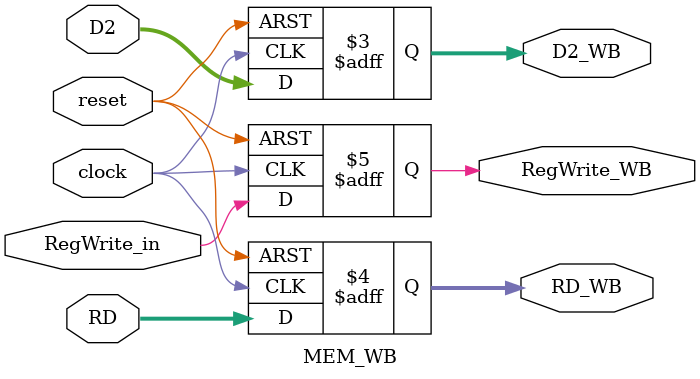
<source format=v>

module MEM_WB(
	input wire clock,
	input wire reset,
	input wire [31:0] D2,
	input wire [4:0] RD,
	input wire RegWrite_in,
	output reg [31:0] D2_WB,
	output reg [4:0] RD_WB,
	output reg RegWrite_WB);
	
	// Write data on positive edge or reset
	always @(posedge clock or posedge reset) begin
		if(reset == 1'b1) begin
			D2_WB <= 32'd0;
			RD_WB <= 5'd0;
			RegWrite_WB <= 1'd0;
		end else begin
			D2_WB <= D2;
			RD_WB <= RD;
			RegWrite_WB <= RegWrite_in;
		end
	end
	
endmodule


</source>
